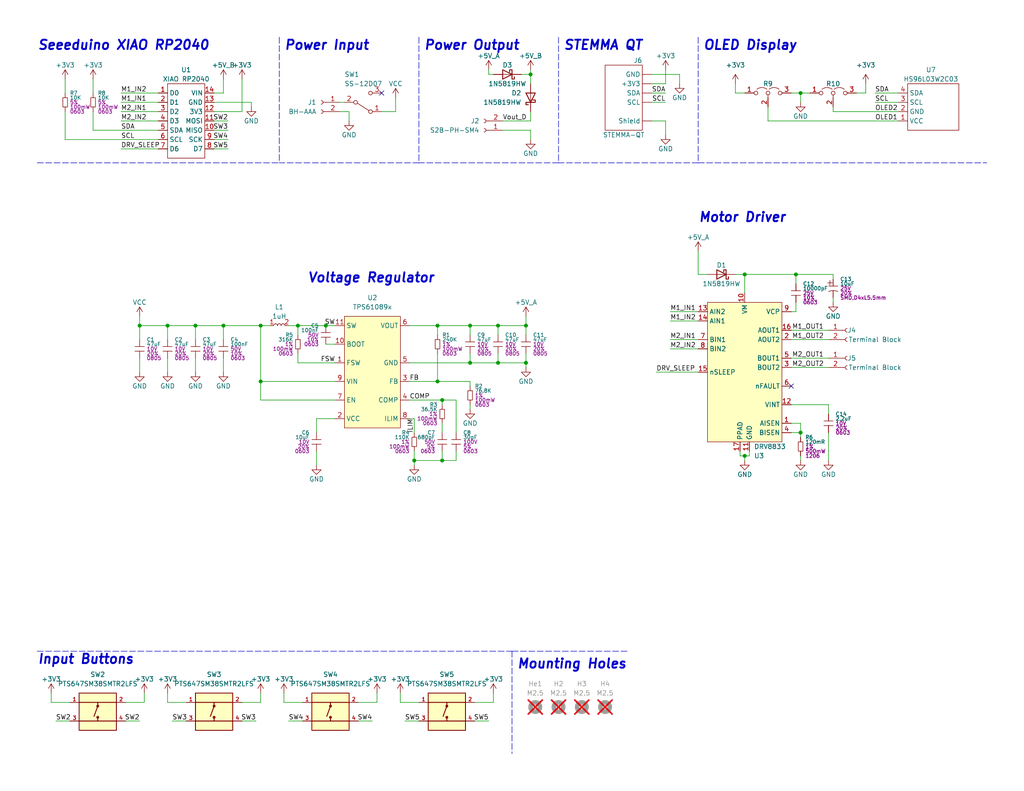
<source format=kicad_sch>
(kicad_sch (version 20230121) (generator eeschema)
  (paper "USLetter")
  (title_block (title "Destination Automation V4.5") (date "2024-03-17") (rev "02") (comment 1 "Madison Gleydura") (comment 2 "FINAL") (comment 3 "2024"))
  (junction (at 60.96 88.9))
  (junction (at 53.34 88.9))
  (junction (at 88.9 88.9))
  (junction (at 128.27 99.06))
  (junction (at 38.1 88.9))
  (junction (at 119.38 88.9))
  (junction (at 135.89 99.06))
  (junction (at 119.38 104.14))
  (junction (at 120.65 125.73))
  (junction (at 120.65 109.22))
  (junction (at 71.12 104.14))
  (junction (at 143.51 88.9))
  (junction (at 135.89 88.9))
  (junction (at 81.28 88.9))
  (junction (at 218.44 25.4))
  (junction (at 71.12 88.9))
  (junction (at 143.51 99.06))
  (junction (at 45.72 88.9))
  (junction (at 203.2 74.93))
  (junction (at 113.03 125.73))
  (junction (at 217.17 74.93))
  (junction (at 203.2 124.46))
  (junction (at 144.78 20.32))
  (junction (at 128.27 88.9))
  (junction (at 218.44 118.11))
  (no_connect (at 104.14 25.4))
  (no_connect (at 215.9 105.41))
  (wire (pts (xy 217.17 85.09) (xy 215.9 85.09)))
  (wire (pts (xy 215.9 25.4) (xy 218.44 25.4)))
  (wire (pts (xy 113.03 123.19) (xy 113.03 125.73)))
  (wire (pts (xy 88.9 93.98) (xy 91.44 93.98)))
  (wire (pts (xy 134.62 189.23) (xy 134.62 191.77)))
  (wire (pts (xy 218.44 25.4) (xy 218.44 27.94)))
  (wire (pts (xy 204.47 123.19) (xy 204.47 124.46)))
  (wire (pts (xy 71.12 109.22) (xy 71.12 104.14)))
  (wire (pts (xy 218.44 25.4) (xy 220.98 25.4)))
  (polyline (pts (xy 114.3 44.45) (xy 76.2 44.45)) (stroke (width 0) (type dash)))
  (wire (pts (xy 124.46 123.19) (xy 124.46 125.73)))
  (wire (pts (xy 81.28 99.06) (xy 91.44 99.06)))
  (polyline (pts (xy 152.4 44.45) (xy 114.3 44.45)) (stroke (width 0) (type dash)))
  (wire (pts (xy 38.1 88.9) (xy 38.1 86.36)))
  (wire (pts (xy 200.66 22.86) (xy 200.66 25.4)))
  (wire (pts (xy 215.9 97.79) (xy 226.06 97.79)))
  (wire (pts (xy 209.55 33.02) (xy 245.11 33.02)))
  (wire (pts (xy 45.72 189.23) (xy 45.72 191.77)))
  (polyline (pts (xy 139.7 177.8) (xy 171.45 177.8)) (stroke (width 0) (type dash)))
  (wire (pts (xy 227.33 76.2) (xy 227.33 74.93)))
  (wire (pts (xy 182.88 92.71) (xy 190.5 92.71)))
  (wire (pts (xy 119.38 104.14) (xy 128.27 104.14)))
  (wire (pts (xy 226.06 118.11) (xy 226.06 125.73)))
  (wire (pts (xy 107.95 26.67) (xy 107.95 30.48)))
  (wire (pts (xy 227.33 81.28) (xy 227.33 82.55)))
  (wire (pts (xy 33.02 40.64) (xy 43.18 40.64)))
  (wire (pts (xy 181.61 19.05) (xy 181.61 22.86)))
  (wire (pts (xy 111.76 88.9) (xy 119.38 88.9)))
  (polyline (pts (xy 114.3 10.16) (xy 114.3 44.45)) (stroke (width 0) (type dash)))
  (wire (pts (xy 129.54 196.85) (xy 133.35 196.85)))
  (wire (pts (xy 226.06 113.03) (xy 226.06 110.49)))
  (wire (pts (xy 107.95 30.48) (xy 104.14 30.48)))
  (polyline (pts (xy 152.4 10.16) (xy 152.4 44.45)) (stroke (width 0) (type dash)))
  (wire (pts (xy 177.8 25.4) (xy 181.61 25.4)))
  (wire (pts (xy 33.02 33.02) (xy 43.18 33.02)))
  (wire (pts (xy 17.78 38.1) (xy 43.18 38.1)))
  (wire (pts (xy 128.27 88.9) (xy 128.27 91.44)))
  (wire (pts (xy 58.42 40.64) (xy 62.23 40.64)))
  (wire (pts (xy 200.66 25.4) (xy 203.2 25.4)))
  (wire (pts (xy 217.17 85.09) (xy 217.17 82.55)))
  (wire (pts (xy 236.22 22.86) (xy 236.22 25.4)))
  (wire (pts (xy 124.46 125.73) (xy 120.65 125.73)))
  (wire (pts (xy 226.06 110.49) (xy 215.9 110.49)))
  (wire (pts (xy 110.49 196.85) (xy 114.3 196.85)))
  (wire (pts (xy 119.38 88.9) (xy 119.38 91.44)))
  (wire (pts (xy 71.12 88.9) (xy 73.66 88.9)))
  (wire (pts (xy 13.97 189.23) (xy 13.97 191.77)))
  (wire (pts (xy 227.33 30.48) (xy 227.33 29.21)))
  (wire (pts (xy 38.1 92.71) (xy 38.1 88.9)))
  (wire (pts (xy 144.78 38.1) (xy 144.78 35.56)))
  (wire (pts (xy 58.42 25.4) (xy 60.96 25.4)))
  (wire (pts (xy 46.99 196.85) (xy 50.8 196.85)))
  (wire (pts (xy 144.78 30.48) (xy 144.78 33.02)))
  (polyline (pts (xy 139.7 177.8) (xy 139.7 205.74)) (stroke (width 0) (type dash)))
  (wire (pts (xy 58.42 38.1) (xy 62.23 38.1)))
  (wire (pts (xy 60.96 21.59) (xy 60.96 25.4)))
  (wire (pts (xy 177.8 22.86) (xy 181.61 22.86)))
  (wire (pts (xy 203.2 74.93) (xy 217.17 74.93)))
  (wire (pts (xy 38.1 88.9) (xy 45.72 88.9)))
  (wire (pts (xy 120.65 110.49) (xy 120.65 109.22)))
  (wire (pts (xy 113.03 118.11) (xy 113.03 114.3)))
  (wire (pts (xy 144.78 19.05) (xy 144.78 20.32)))
  (wire (pts (xy 185.42 22.86) (xy 185.42 20.32)))
  (wire (pts (xy 45.72 97.79) (xy 45.72 101.6)))
  (wire (pts (xy 236.22 25.4) (xy 233.68 25.4)))
  (wire (pts (xy 25.4 21.59) (xy 25.4 25.4)))
  (wire (pts (xy 13.97 191.77) (xy 19.05 191.77)))
  (wire (pts (xy 143.51 96.52) (xy 143.51 99.06)))
  (wire (pts (xy 238.76 25.4) (xy 245.11 25.4)))
  (wire (pts (xy 66.04 196.85) (xy 69.85 196.85)))
  (wire (pts (xy 218.44 118.11) (xy 218.44 115.57)))
  (wire (pts (xy 81.28 88.9) (xy 88.9 88.9)))
  (wire (pts (xy 113.03 125.73) (xy 113.03 127)))
  (wire (pts (xy 201.93 124.46) (xy 203.2 124.46)))
  (wire (pts (xy 190.5 68.58) (xy 190.5 74.93)))
  (wire (pts (xy 111.76 99.06) (xy 128.27 99.06)))
  (wire (pts (xy 58.42 27.94) (xy 68.58 27.94)))
  (wire (pts (xy 143.51 86.36) (xy 143.51 88.9)))
  (wire (pts (xy 120.65 123.19) (xy 120.65 125.73)))
  (polyline (pts (xy 190.5 10.16) (xy 190.5 44.45)) (stroke (width 0) (type dash)))
  (wire (pts (xy 144.78 35.56) (xy 137.16 35.56)))
  (polyline (pts (xy 76.2 10.16) (xy 76.2 44.45)) (stroke (width 0) (type dash)))
  (wire (pts (xy 60.96 88.9) (xy 71.12 88.9)))
  (wire (pts (xy 128.27 104.14) (xy 128.27 105.41)))
  (wire (pts (xy 218.44 115.57) (xy 215.9 115.57)))
  (wire (pts (xy 215.9 92.71) (xy 226.06 92.71)))
  (wire (pts (xy 102.87 189.23) (xy 102.87 191.77)))
  (wire (pts (xy 53.34 88.9) (xy 60.96 88.9)))
  (wire (pts (xy 215.9 90.17) (xy 226.06 90.17)))
  (wire (pts (xy 95.25 33.02) (xy 95.25 30.48)))
  (wire (pts (xy 144.78 20.32) (xy 144.78 22.86)))
  (wire (pts (xy 209.55 29.21) (xy 209.55 33.02)))
  (wire (pts (xy 137.16 33.02) (xy 144.78 33.02)))
  (wire (pts (xy 181.61 33.02) (xy 181.61 36.83)))
  (polyline (pts (xy 10.16 44.45) (xy 76.2 44.45)) (stroke (width 0) (type dash)))
  (wire (pts (xy 111.76 104.14) (xy 119.38 104.14)))
  (wire (pts (xy 53.34 97.79) (xy 53.34 101.6)))
  (wire (pts (xy 111.76 109.22) (xy 120.65 109.22)))
  (wire (pts (xy 81.28 88.9) (xy 81.28 91.44)))
  (wire (pts (xy 95.25 30.48) (xy 92.71 30.48)))
  (wire (pts (xy 177.8 20.32) (xy 185.42 20.32)))
  (polyline (pts (xy 190.5 44.45) (xy 152.4 44.45)) (stroke (width 0) (type dash)))
  (wire (pts (xy 245.11 27.94) (xy 238.76 27.94)))
  (wire (pts (xy 135.89 96.52) (xy 135.89 99.06)))
  (wire (pts (xy 124.46 109.22) (xy 120.65 109.22)))
  (wire (pts (xy 97.79 191.77) (xy 102.87 191.77)))
  (wire (pts (xy 129.54 191.77) (xy 134.62 191.77)))
  (wire (pts (xy 215.9 118.11) (xy 218.44 118.11)))
  (wire (pts (xy 143.51 88.9) (xy 135.89 88.9)))
  (wire (pts (xy 119.38 96.52) (xy 119.38 104.14)))
  (wire (pts (xy 177.8 33.02) (xy 181.61 33.02)))
  (wire (pts (xy 71.12 104.14) (xy 91.44 104.14)))
  (wire (pts (xy 227.33 30.48) (xy 245.11 30.48)))
  (wire (pts (xy 45.72 88.9) (xy 45.72 92.71)))
  (wire (pts (xy 39.37 189.23) (xy 39.37 191.77)))
  (wire (pts (xy 215.9 100.33) (xy 226.06 100.33)))
  (wire (pts (xy 218.44 124.46) (xy 218.44 125.73)))
  (wire (pts (xy 217.17 74.93) (xy 227.33 74.93)))
  (wire (pts (xy 17.78 21.59) (xy 17.78 25.4)))
  (wire (pts (xy 91.44 114.3) (xy 86.36 114.3)))
  (wire (pts (xy 142.24 20.32) (xy 144.78 20.32)))
  (wire (pts (xy 201.93 124.46) (xy 201.93 123.19)))
  (wire (pts (xy 33.02 30.48) (xy 43.18 30.48)))
  (wire (pts (xy 143.51 99.06) (xy 143.51 100.33)))
  (wire (pts (xy 182.88 95.25) (xy 190.5 95.25)))
  (wire (pts (xy 60.96 97.79) (xy 60.96 101.6)))
  (wire (pts (xy 113.03 114.3) (xy 111.76 114.3)))
  (wire (pts (xy 97.79 196.85) (xy 101.6 196.85)))
  (wire (pts (xy 60.96 88.9) (xy 60.96 92.71)))
  (wire (pts (xy 135.89 88.9) (xy 128.27 88.9)))
  (polyline (pts (xy 10.16 177.8) (xy 139.7 177.8)) (stroke (width 0) (type dash)))
  (wire (pts (xy 124.46 118.11) (xy 124.46 109.22)))
  (wire (pts (xy 128.27 110.49) (xy 128.27 111.76)))
  (wire (pts (xy 109.22 191.77) (xy 114.3 191.77)))
  (wire (pts (xy 45.72 88.9) (xy 53.34 88.9)))
  (wire (pts (xy 86.36 114.3) (xy 86.36 118.11)))
  (wire (pts (xy 218.44 119.38) (xy 218.44 118.11)))
  (wire (pts (xy 182.88 85.09) (xy 190.5 85.09)))
  (wire (pts (xy 120.65 115.57) (xy 120.65 118.11)))
  (wire (pts (xy 71.12 104.14) (xy 71.12 88.9)))
  (wire (pts (xy 66.04 191.77) (xy 71.12 191.77)))
  (wire (pts (xy 53.34 88.9) (xy 53.34 92.71)))
  (wire (pts (xy 25.4 30.48) (xy 25.4 35.56)))
  (wire (pts (xy 15.24 196.85) (xy 19.05 196.85)))
  (wire (pts (xy 45.72 191.77) (xy 50.8 191.77)))
  (wire (pts (xy 66.04 30.48) (xy 58.42 30.48)))
  (wire (pts (xy 81.28 96.52) (xy 81.28 99.06)))
  (wire (pts (xy 203.2 124.46) (xy 203.2 125.73)))
  (wire (pts (xy 133.35 20.32) (xy 134.62 20.32)))
  (wire (pts (xy 135.89 99.06) (xy 143.51 99.06)))
  (wire (pts (xy 33.02 27.94) (xy 43.18 27.94)))
  (wire (pts (xy 92.71 27.94) (xy 93.98 27.94)))
  (wire (pts (xy 34.29 196.85) (xy 38.1 196.85)))
  (wire (pts (xy 66.04 21.59) (xy 66.04 30.48)))
  (wire (pts (xy 78.74 88.9) (xy 81.28 88.9)))
  (wire (pts (xy 133.35 19.05) (xy 133.35 20.32)))
  (wire (pts (xy 86.36 127) (xy 86.36 123.19)))
  (wire (pts (xy 143.51 91.44) (xy 143.51 88.9)))
  (wire (pts (xy 203.2 74.93) (xy 203.2 80.01)))
  (polyline (pts (xy 190.5 44.45) (xy 269.24 44.45)) (stroke (width 0) (type dash)))
  (wire (pts (xy 179.07 101.6) (xy 190.5 101.6)))
  (wire (pts (xy 34.29 191.77) (xy 39.37 191.77)))
  (wire (pts (xy 190.5 74.93) (xy 193.04 74.93)))
  (wire (pts (xy 71.12 189.23) (xy 71.12 191.77)))
  (wire (pts (xy 109.22 189.23) (xy 109.22 191.77)))
  (wire (pts (xy 203.2 124.46) (xy 204.47 124.46)))
  (wire (pts (xy 113.03 125.73) (xy 120.65 125.73)))
  (wire (pts (xy 119.38 88.9) (xy 128.27 88.9)))
  (wire (pts (xy 68.58 27.94) (xy 68.58 29.21)))
  (wire (pts (xy 38.1 97.79) (xy 38.1 101.6)))
  (wire (pts (xy 25.4 35.56) (xy 43.18 35.56)))
  (wire (pts (xy 88.9 88.9) (xy 91.44 88.9)))
  (wire (pts (xy 58.42 33.02) (xy 62.23 33.02)))
  (wire (pts (xy 217.17 74.93) (xy 217.17 77.47)))
  (wire (pts (xy 91.44 109.22) (xy 71.12 109.22)))
  (wire (pts (xy 77.47 189.23) (xy 77.47 191.77)))
  (wire (pts (xy 128.27 99.06) (xy 128.27 96.52)))
  (wire (pts (xy 200.66 74.93) (xy 203.2 74.93)))
  (wire (pts (xy 78.74 196.85) (xy 82.55 196.85)))
  (wire (pts (xy 77.47 191.77) (xy 82.55 191.77)))
  (wire (pts (xy 135.89 99.06) (xy 128.27 99.06)))
  (wire (pts (xy 58.42 35.56) (xy 62.23 35.56)))
  (wire (pts (xy 17.78 30.48) (xy 17.78 38.1)))
  (wire (pts (xy 33.02 25.4) (xy 43.18 25.4)))
  (wire (pts (xy 135.89 91.44) (xy 135.89 88.9)))
  (wire (pts (xy 182.88 87.63) (xy 190.5 87.63)))
  (wire (pts (xy 177.8 27.94) (xy 181.61 27.94)))
  (text "Input Buttons" (at 10.16 181.61 0) (effects (font (size 2.54 2.54) (thickness 0.508) bold italic) (justify left bottom)))
  (text "Seeeduino XIAO RP2040\n" (at 10.16 13.97 0) (effects (font (size 2.54 2.54) (thickness 0.508) bold italic) (justify left bottom)))
  (text "Power Output			" (at 115.57 13.97 0) (effects (font (size 2.54 2.54) (thickness 0.508) bold italic) (justify left bottom)))
  (text "Mounting Holes" (at 140.97 182.88 0) (effects (font (size 2.54 2.54) (thickness 0.508) bold italic) (justify left bottom)))
  (text "OLED Display" (at 191.77 13.97 0) (effects (font (size 2.54 2.54) (thickness 0.508) bold italic) (justify left bottom)))
  (text "Power Input" (at 77.47 13.97 0) (effects (font (size 2.54 2.54) (thickness 0.508) bold italic) (justify left bottom)))
  (text "STEMMA QT" (at 153.67 13.97 0) (effects (font (size 2.54 2.54) (thickness 0.508) bold italic) (justify left bottom)))
  (text "Voltage Regulator" (at 83.82 77.47 0) (effects (font (size 2.54 2.54) (thickness 0.508) bold italic) (justify left bottom)))
  (text "Motor Driver" (at 190.5 60.96 0) (effects (font (size 2.54 2.54) (thickness 0.508) bold italic) (justify left bottom)))
  (label "SW3" (at 62.23 35.56 180))
  (label "M1_IN2" (at 182.88 87.63 0))
  (label "M1_IN2" (at 33.02 25.4 0))
  (label "SW3" (at 69.85 196.85 180))
  (label "M2_OUT1" (at 224.79 97.79 180))
  (label "M1_OUT2" (at 224.79 92.71 180))
  (label "SW2" (at 62.23 33.02 180))
  (label "SCL" (at 33.02 38.1 0))
  (label "DRV_SLEEP" (at 33.02 40.64 0))
  (label "SW2" (at 38.1 196.85 180))
  (label "OLED2" (at 238.76 30.48 0))
  (label "M1_IN1" (at 33.02 27.94 0))
  (label "Vout_D" (at 137.16 33.02 0))
  (label "SW5" (at 62.23 40.64 180))
  (label "M1_IN1" (at 182.88 85.09 0))
  (label "COMP" (at 111.76 109.22 0))
  (label "ILIM" (at 113.03 114.3 270))
  (label "SW2" (at 15.24 196.85 0))
  (label "M2_IN1" (at 33.02 30.48 0))
  (label "SW" (at 91.44 88.9 180))
  (label "M2_IN2" (at 182.88 95.25 0))
  (label "DRV_SLEEP" (at 179.07 101.6 0))
  (label "SW5" (at 110.49 196.85 0))
  (label "SDA" (at 238.76 25.4 0))
  (label "SCL" (at 238.76 27.94 0))
  (label "M2_IN2" (at 33.02 33.02 0))
  (label "SDA" (at 181.61 25.4 180))
  (label "FB" (at 111.76 104.14 0))
  (label "M2_IN1" (at 182.88 92.71 0))
  (label "M1_OUT1" (at 224.79 90.17 180))
  (label "SW4" (at 101.6 196.85 180))
  (label "SW4" (at 62.23 38.1 180))
  (label "SW5" (at 133.35 196.85 180))
  (label "OLED1" (at 238.76 33.02 0))
  (label "SW4" (at 78.74 196.85 0))
  (label "FSW" (at 91.44 99.06 180))
  (label "SCL" (at 181.61 27.94 180))
  (label "SW3" (at 46.99 196.85 0))
  (label "M2_OUT2" (at 224.79 100.33 180))
  (label "SDA" (at 33.02 35.56 0))
  (symbol (lib_id "lib_sch:STEMMA-QT") (at 170.18 26.67 0) (mirror y) (unit 1)
    (property "Reference" "J6" (at 175.26 16.51 0) (effects (justify left)))
    (property "Value" "STEMMA-QT" (at 170.18 36.83 0))
    (property "Footprint" "lib_fp:JST_SH_SM04B-SRSS-TB" (effects hide))
    (property "Datasheet" "datasheets/JST-SH-Connectors.pdf" (effects hide))
    (property "Manufacturer" "JST Sales America Inc." (effects hide))
    (property "mpn" "SM04B-SRSS-TB" (effects hide))
    (property "populate" "1" (effects hide))
  )
  (symbol (lib_name "GND_2") (lib_id "lib_sch:GND_2") (at 45.72 101.6 0) (unit 1)
    (property "Reference" "#PWR015" (effects hide))
    (property "Value" "GND" (at 45.72 105.41 0))
  )
  (symbol (lib_name "PTS645SK50SMTR92LFS_1") (lib_id "lib_sch:PTS645SK50SMTR92LFS_1") (at 121.92 194.31 0) (unit 1)
    (property "Reference" "SW5" (at 121.92 184.15 0))
    (property "Value" "PTS647SM38SMTR2LFS" (at 121.92 186.69 0))
    (property "Footprint" "lib_fp:SW_4.5x4.5" (effects hide))
    (property "Datasheet" "datasheets/C&K-PTS647.pdf" (effects hide))
    (property "Manufacturer" "C&K" (effects hide))
    (property "mpn" "PTS 647 SM38 SMTR2 LFS" (effects hide))
    (property "populate" "1" (effects hide))
  )
  (symbol (lib_id "lib_sch:+3V3") (at 17.78 21.59 0) (unit 1)
    (property "Reference" "#PWR031" (effects hide))
    (property "Value" "+3V3" (at 17.78 17.78 0))
  )
  (symbol (lib_name "+5V_1") (lib_id "lib_sch:+5V_1") (at 60.96 21.59 0) (unit 1)
    (property "Reference" "#PWR011" (effects hide))
    (property "Value" "+5V_B" (at 60.96 17.78 0))
  )
  (symbol (lib_id "lib_sch:+3V3") (at 71.12 189.23 0) (unit 1)
    (property "Reference" "#PWR029" (effects hide))
    (property "Value" "+3V3" (at 71.12 185.42 0))
  )
  (symbol (lib_id "lib_sch:c_small") (at 128.27 93.98 0) (unit 1)
    (property "Reference" "C9" (at 130.175 91.44 0) (effects (font (size 1.016 1.016)) (justify left)))
    (property "Value" "47uF" (at 130.175 92.71 0) (effects (font (size 1.016 1.016)) (justify left)))
    (property "Footprint" "lib_fp:CAPC200X125X88L50N" (effects hide))
    (property "Datasheet" "datasheets/AVX-CX5R-KGM-MLCC.pdf" (effects hide))
    (property "Manufacturer" "KYOCERA AVX" (effects hide))
    (property "mpn" "KGM21AR51A476MU" (effects hide))
    (property "Tolerance" "20%" (at 130.175 95.25 0) (effects (font (size 1.016 1.016)) (justify left)))
    (property "Voltage Rating" "10V" (at 130.175 93.98 0) (effects (font (size 1.016 1.016)) (justify left)))
    (property "Package" "0805" (at 130.175 96.52 0) (effects (font (size 1.016 1.016)) (justify left)))
    (property "populate" "1" (effects hide))
  )
  (symbol (lib_name "r_small_1") (lib_id "lib_sch:r_small_1") (at 17.78 27.94 0) (unit 1)
    (property "Reference" "R7" (at 19.05 25.4 0) (effects (font (size 1.016 1.016)) (justify left)))
    (property "Value" "10K" (at 19.05 26.67 0) (effects (font (size 1.016 1.016)) (justify left)))
    (property "Footprint" "lib_fp:RESC160X80X55L30N" (effects hide))
    (property "Datasheet" "datasheets/Vishay-Dale-DCRCWe3.pdf" (effects hide))
    (property "Manufacturer" "Vishay Dale" (effects hide))
    (property "mpn" "CRCW060310K0JNEB" (effects hide))
    (property "Tolerance" "5%" (at 19.05 27.94 0) (effects (font (size 1.016 1.016)) (justify left)))
    (property "Power Rating" "100mW" (at 19.05 29.21 0) (effects (font (size 1.016 1.016)) (justify left)))
    (property "Package" "0603" (at 19.05 30.48 0) (effects (font (size 1.016 1.016)) (justify left)))
    (property "populate" "1" (effects hide))
  )
  (symbol (lib_id "Mechanical:MountingHole") (at 165.1 193.04 0) (unit 1) (in_bom no) (dnp yes)
    (property "Reference" "H4" (at 165.1 186.69 0))
    (property "Value" "M2.5" (at 165.1 189.23 0))
    (property "Footprint" "lib_fp:M2.54_NPTH" (effects hide))
    (property "populate" "0" (effects hide))
  )
  (symbol (lib_name "GND_2") (lib_id "lib_sch:GND_2") (at 38.1 101.6 0) (unit 1)
    (property "Reference" "#PWR014" (effects hide))
    (property "Value" "GND" (at 38.1 105.41 0))
  )
  (symbol (lib_name "+5V_4") (lib_id "lib_sch:+5V_4") (at 133.35 19.05 0) (unit 1)
    (property "Reference" "#PWR020" (effects hide))
    (property "Value" "+5V_A" (at 133.35 15.24 0))
  )
  (symbol (lib_name "GND_2") (lib_id "lib_sch:GND_2") (at 60.96 101.6 0) (unit 1)
    (property "Reference" "#PWR017" (effects hide))
    (property "Value" "GND" (at 60.96 105.41 0))
  )
  (symbol (lib_id "lib_sch:Resistor_Jumper_3_Open") (at 209.55 25.4 0) (unit 1)
    (property "Reference" "R9" (at 209.55 22.86 0))
    (property "Value" "0R" (effects hide))
    (property "Footprint" "lib_fp:ResistorJumper-3" (effects hide))
    (property "Datasheet" "datasheets/Vishay-Dale-DCRCWe3.pdf" (effects hide))
    (property "Manufacturer" "Vishay Dale" (effects hide))
    (property "mpn" "CRCW06030000Z0EA" (effects hide))
    (property "populate" "1" (effects hide))
  )
  (symbol (lib_id "lib_sch:r_small") (at 120.65 113.03 0) (mirror y) (unit 1)
    (property "Reference" "R3" (at 119.38 110.49 0) (effects (font (size 1.016 1.016)) (justify left)))
    (property "Value" "36.5K" (at 119.38 111.76 0) (effects (font (size 1.016 1.016)) (justify left)))
    (property "Footprint" "lib_fp:RESC160X80X55L30N" (effects hide))
    (property "Datasheet" "datasheets/Vishay-Dale-DCRCWe3.pdf" (effects hide))
    (property "Manufacturer" "Vishay Dale" (effects hide))
    (property "mpn" "CRCW060336K5FKEAC" (effects hide))
    (property "Tolerance" "1%" (at 119.38 113.03 0) (effects (font (size 1.016 1.016)) (justify left)))
    (property "Power Rating" "100mW" (at 119.38 114.3 0) (effects (font (size 1.016 1.016)) (justify left)))
    (property "Package" "0603" (at 119.38 115.57 0) (effects (font (size 1.016 1.016)) (justify left)))
    (property "populate" "1" (effects hide))
  )
  (symbol (lib_id "lib_sch:+3V3") (at 236.22 22.86 0) (unit 1)
    (property "Reference" "#PWR04" (effects hide))
    (property "Value" "+3V3" (at 236.22 17.78 0))
  )
  (symbol (lib_name "+3V3_1") (lib_id "lib_sch:+3V3_1") (at 181.61 19.05 0) (unit 1)
    (property "Reference" "#PWR026" (effects hide))
    (property "Value" "+3V3" (at 181.61 15.24 0))
  )
  (symbol (lib_id "lib_sch:L") (at 76.2 88.9 0) (unit 1)
    (property "Reference" "L1" (at 76.2 83.82 0))
    (property "Value" "1uH" (at 76.2 86.36 0))
    (property "Footprint" "lib_fp:INDC250X200X120L60N" (effects hide))
    (property "Datasheet" "datasheets/Vishay-Dale-IHHP-1008AB-01.pdf" (effects hide))
    (property "Manufacturer" "Vishay Dale" (effects hide))
    (property "mpn" "IHHP1008ABER1R0M01" (effects hide))
    (property "populate" "1" (effects hide))
  )
  (symbol (lib_id "lib_sch:c_small") (at 60.96 95.25 0) (unit 1)
    (property "Reference" "C4" (at 62.865 92.71 0) (effects (font (size 1.016 1.016)) (justify left)))
    (property "Value" "100nF" (at 62.865 93.98 0) (effects (font (size 1.016 1.016)) (justify left)))
    (property "Footprint" "lib_fp:CAPC160X80X88L35N" (effects hide))
    (property "Datasheet" "datasheets/AVX-CX5R-KGM-MLCC.pdf" (effects hide))
    (property "Manufacturer" "KYOCERA AVX" (effects hide))
    (property "mpn" "KGM15AR51H104KT" (effects hide))
    (property "Tolerance" "10%" (at 62.865 96.52 0) (effects (font (size 1.016 1.016)) (justify left)))
    (property "Voltage Rating" "50V" (at 62.865 95.25 0) (effects (font (size 1.016 1.016)) (justify left)))
    (property "Package" "0603" (at 62.865 97.79 0) (effects (font (size 1.016 1.016)) (justify left)))
    (property "populate" "1" (effects hide))
  )
  (symbol (lib_id "lib_sch:SW_SPDT") (at 99.06 27.94 0) (mirror x) (unit 1)
    (property "Reference" "SW1" (at 93.98 20.32 0) (effects (justify left)))
    (property "Value" "SS-12D07" (at 93.98 22.86 0) (effects (justify left)))
    (property "Footprint" "lib_fp:SS-12D07-VG_GA_PA" (effects hide))
    (property "Datasheet" "datasheets/SS-12D07-VG_GA_PA.pdf" (effects hide))
    (property "Manufacturer" "C&K" (effects hide))
    (property "mpn" "SS-12D07-VG 4 NS GA PA" (effects hide))
    (property "populate" "0" (effects hide))
  )
  (symbol (lib_id "lib_sch:DRV8833") (at 203.2 101.6 0) (unit 1)
    (property "Reference" "U3" (at 205.74 124.46 0) (effects (justify left)))
    (property "Value" "DRV8833" (at 205.74 121.92 0) (effects (justify left)))
    (property "Footprint" "lib_fp:DRV8833RTYR" (effects hide))
    (property "Datasheet" "datasheets/Texas-Instruments-DRV8833.pdf" (effects hide))
    (property "Manufacturer" " Texas Instruments " (effects hide))
    (property "mpn" "DRV8833RTYR" (effects hide))
    (property "populate" "1" (effects hide))
  )
  (symbol (lib_name "GND_2") (lib_id "lib_sch:GND_2") (at 113.03 127 0) (unit 1)
    (property "Reference" "#PWR021" (effects hide))
    (property "Value" "GND" (at 113.03 130.81 0))
  )
  (symbol (lib_id "lib_sch:+3V3") (at 66.04 21.59 0) (unit 1)
    (property "Reference" "#PWR08" (effects hide))
    (property "Value" "+3V3" (at 66.04 17.78 0))
  )
  (symbol (lib_id "lib_sch:+3V3") (at 102.87 189.23 0) (unit 1)
    (property "Reference" "#PWR0142" (effects hide))
    (property "Value" "+3V3" (at 102.87 185.42 0))
  )
  (symbol (lib_name "GND_3") (lib_id "lib_sch:GND_3") (at 181.61 36.83 0) (unit 1)
    (property "Reference" "#PWR033" (effects hide))
    (property "Value" "GND" (at 181.61 40.64 0))
  )
  (symbol (lib_name "GND_2") (lib_id "lib_sch:GND_2") (at 128.27 111.76 0) (unit 1)
    (property "Reference" "#PWR019" (effects hide))
    (property "Value" "GND" (at 128.27 115.57 0))
  )
  (symbol (lib_name "+5V_1") (lib_id "lib_sch:+5V_1") (at 144.78 19.05 0) (unit 1)
    (property "Reference" "#PWR07" (effects hide))
    (property "Value" "+5V_B" (at 144.78 15.24 0))
  )
  (symbol (lib_name "GND_1") (lib_id "lib_sch:GND_1") (at 218.44 27.94 0) (unit 1)
    (property "Reference" "#PWR03" (effects hide))
    (property "Value" "GND" (at 218.44 31.75 0))
  )
  (symbol (lib_id "lib_sch:c_small") (at 226.06 115.57 0) (unit 1)
    (property "Reference" "C14" (at 227.965 113.03 0) (effects (font (size 1.016 1.016)) (justify left)))
    (property "Value" "2.2uF" (at 227.965 114.3 0) (effects (font (size 1.016 1.016)) (justify left)))
    (property "Footprint" "lib_fp:CAPC160X80X88L35N" (effects hide))
    (property "Datasheet" "datasheets/AVX-CX5R-KGM-MLCC.pdf" (effects hide))
    (property "Manufacturer" "KYOCERA AVX" (effects hide))
    (property "mpn" "KGM15BR51A225MT" (effects hide))
    (property "Tolerance" "20%" (at 227.965 116.84 0) (effects (font (size 1.016 1.016)) (justify left)))
    (property "Voltage Rating" "10V" (at 227.965 115.57 0) (effects (font (size 1.016 1.016)) (justify left)))
    (property "Package" "0603" (at 227.965 118.11 0) (effects (font (size 1.016 1.016)) (justify left)))
    (property "populate" "1" (effects hide))
  )
  (symbol (lib_name "+5V_4") (lib_id "lib_sch:+5V_4") (at 143.51 86.36 0) (unit 1)
    (property "Reference" "#PWR039" (effects hide))
    (property "Value" "+5V_A" (at 143.51 82.55 0))
  )
  (symbol (lib_id "lib_sch:r_small") (at 128.27 107.95 0) (unit 1)
    (property "Reference" "R2" (at 129.54 105.41 0) (effects (font (size 1.016 1.016)) (justify left)))
    (property "Value" "76.8K" (at 129.54 106.68 0) (effects (font (size 1.016 1.016)) (justify left)))
    (property "Footprint" "lib_fp:RESC160X80X55L30N" (effects hide))
    (property "Datasheet" "datasheets/Vishay-Dale-DCRCWe3.pdf" (effects hide))
    (property "Manufacturer" "Vishay Dale" (effects hide))
    (property "mpn" "CRCW060376K8FKEA" (effects hide))
    (property "Tolerance" "1%" (at 129.54 107.95 0) (effects (font (size 1.016 1.016)) (justify left)))
    (property "Power Rating" "100mW" (at 129.54 109.22 0) (effects (font (size 1.016 1.016)) (justify left)))
    (property "Package" "0603" (at 129.54 110.49 0) (effects (font (size 1.016 1.016)) (justify left)))
    (property "populate" "1" (effects hide))
  )
  (symbol (lib_name "PTS645SK50SMTR92LFS_1") (lib_id "lib_sch:PTS645SK50SMTR92LFS_1") (at 58.42 194.31 0) (unit 1)
    (property "Reference" "SW3" (at 58.42 184.15 0))
    (property "Value" "PTS647SM38SMTR2LFS" (at 58.42 186.69 0))
    (property "Footprint" "lib_fp:SW_4.5x4.5" (effects hide))
    (property "Datasheet" "datasheets/C&K-PTS647.pdf" (effects hide))
    (property "Manufacturer" "C&K" (effects hide))
    (property "mpn" "PTS 647 SM38 SMTR2 LFS" (effects hide))
    (property "populate" "1" (effects hide))
  )
  (symbol (lib_id "lib_sch:c_small") (at 53.34 95.25 0) (unit 1)
    (property "Reference" "C3" (at 55.245 92.71 0) (effects (font (size 1.016 1.016)) (justify left)))
    (property "Value" "47uF" (at 55.245 93.98 0) (effects (font (size 1.016 1.016)) (justify left)))
    (property "Footprint" "lib_fp:CAPC200X125X88L50N" (effects hide))
    (property "Datasheet" "datasheets/AVX-CX5R-KGM-MLCC.pdf" (effects hide))
    (property "Manufacturer" "KYOCERA AVX" (effects hide))
    (property "mpn" "KGM21AR51A476MU" (effects hide))
    (property "Tolerance" "20%" (at 55.245 96.52 0) (effects (font (size 1.016 1.016)) (justify left)))
    (property "Voltage Rating" "10V" (at 55.245 95.25 0) (effects (font (size 1.016 1.016)) (justify left)))
    (property "Package" "0805" (at 55.245 97.79 0) (effects (font (size 1.016 1.016)) (justify left)))
    (property "populate" "1" (effects hide))
  )
  (symbol (lib_id "lib_sch:Conn_01x02_Female") (at 132.08 35.56 180) (unit 1)
    (property "Reference" "J2" (at 130.81 33.02 0) (effects (justify left)))
    (property "Value" "S2B-PH-SM4" (at 130.81 35.56 0) (effects (justify left)))
    (property "Footprint" "lib_fp:JST-PH-S2B-SM4-TB" (effects hide))
    (property "Datasheet" "datasheets/JST-PH-Connectors.pdf" (effects hide))
    (property "Manufacturer" "JST Sales America Inc." (effects hide))
    (property "mpn" "S2B-PH-SM4-TB" (effects hide))
    (property "populate" "1" (effects hide))
  )
  (symbol (lib_id "lib_sch:c_small") (at 38.1 95.25 0) (unit 1)
    (property "Reference" "C1" (at 40.005 92.71 0) (effects (font (size 1.016 1.016)) (justify left)))
    (property "Value" "47uF" (at 40.005 93.98 0) (effects (font (size 1.016 1.016)) (justify left)))
    (property "Footprint" "lib_fp:CAPC200X125X88L50N" (effects hide))
    (property "Datasheet" "datasheets/AVX-CX5R-KGM-MLCC.pdf" (effects hide))
    (property "Manufacturer" "KYOCERA AVX" (effects hide))
    (property "mpn" "KGM21AR51A476MU" (effects hide))
    (property "Tolerance" "20%" (at 40.005 96.52 0) (effects (font (size 1.016 1.016)) (justify left)))
    (property "Voltage Rating" "10V" (at 40.005 95.25 0) (effects (font (size 1.016 1.016)) (justify left)))
    (property "Package" "0805" (at 40.005 97.79 0) (effects (font (size 1.016 1.016)) (justify left)))
    (property "populate" "1" (effects hide))
  )
  (symbol (lib_id "lib_sch:r_small") (at 119.38 93.98 0) (unit 1)
    (property "Reference" "R1" (at 120.65 91.44 0) (effects (font (size 1.016 1.016)) (justify left)))
    (property "Value" "240K" (at 120.65 92.71 0) (effects (font (size 1.016 1.016)) (justify left)))
    (property "Footprint" "lib_fp:RESC160X80X55L30N" (effects hide))
    (property "Datasheet" "datasheets/Vishay-Dale-DCRCWe3.pdf" (effects hide))
    (property "Manufacturer" "Vishay Dale" (effects hide))
    (property "mpn" "CRCW0603240KFKEA" (effects hide))
    (property "Tolerance" "1%" (at 120.65 93.98 0) (effects (font (size 1.016 1.016)) (justify left)))
    (property "Power Rating" "100mW" (at 120.65 95.25 0) (effects (font (size 1.016 1.016)) (justify left)))
    (property "Package" "0603" (at 120.65 96.52 0) (effects (font (size 1.016 1.016)) (justify left)))
    (property "populate" "1" (effects hide))
  )
  (symbol (lib_id "lib_sch:D_Schottky") (at 196.85 74.93 180) (unit 1)
    (property "Reference" "D1" (at 196.85 72.39 0))
    (property "Value" "1N5819HW" (at 196.85 77.47 0))
    (property "Footprint" "lib_fp:1N5819HW" (effects hide))
    (property "Datasheet" "datasheets/Diodes-Incorporated-1N5819HW.pdf" (effects hide))
    (property "Manufacturer" "Diodes Incorporated" (effects hide))
    (property "mpn" "1N5819HW-7-F" (effects hide))
    (property "populate" "1" (effects hide))
  )
  (symbol (lib_name "GND_3") (lib_id "lib_sch:GND_3") (at 185.42 22.86 0) (unit 1)
    (property "Reference" "#PWR025" (effects hide))
    (property "Value" "GND" (at 185.42 26.67 0))
  )
  (symbol (lib_name "GND_2") (lib_id "lib_sch:GND_2") (at 226.06 125.73 0) (unit 1)
    (property "Reference" "#PWR024" (effects hide))
    (property "Value" "GND" (at 226.06 129.54 0))
  )
  (symbol (lib_id "lib_sch:+3V3") (at 45.72 189.23 0) (mirror y) (unit 1)
    (property "Reference" "#PWR027" (effects hide))
    (property "Value" "+3V3" (at 45.72 185.42 0))
  )
  (symbol (lib_name "PTS645SK50SMTR92LFS_1") (lib_id "lib_sch:PTS645SK50SMTR92LFS_1") (at 90.17 194.31 0) (unit 1)
    (property "Reference" "SW4" (at 90.17 184.15 0))
    (property "Value" "PTS647SM38SMTR2LFS" (at 90.17 186.69 0))
    (property "Footprint" "lib_fp:SW_4.5x4.5" (effects hide))
    (property "Datasheet" "datasheets/C&K-PTS647.pdf" (effects hide))
    (property "Manufacturer" "C&K" (effects hide))
    (property "mpn" "PTS 647 SM38 SMTR2 LFS" (effects hide))
    (property "populate" "1" (effects hide))
  )
  (symbol (lib_id "lib_sch:Resistor_Jumper_3_Open") (at 227.33 25.4 0) (unit 1)
    (property "Reference" "R10" (at 227.33 22.86 0))
    (property "Value" "0R" (effects hide))
    (property "Footprint" "lib_fp:ResistorJumper-3" (effects hide))
    (property "Datasheet" "datasheets/Vishay-Dale-DCRCWe3.pdf" (effects hide))
    (property "Manufacturer" "Vishay Dale" (effects hide))
    (property "mpn" "CRCW06030000Z0EA" (effects hide))
    (property "populate" "1" (effects hide))
  )
  (symbol (lib_id "lib_sch:+3V3") (at 39.37 189.23 0) (unit 1)
    (property "Reference" "#PWR0141" (effects hide))
    (property "Value" "+3V3" (at 39.37 185.42 0))
  )
  (symbol (lib_id "lib_sch:Conn_01x02_Female") (at 231.14 90.17 0) (unit 1)
    (property "Reference" "J4" (at 232.41 90.17 0))
    (property "Value" "Terminal Block" (at 238.76 92.71 0))
    (property "Footprint" "lib_fp:5mmTerminalBlock" (effects hide))
    (property "Datasheet" "datasheets/Phoenix-Contact-1935161.pdf" (effects hide))
    (property "Manufacturer" "Phoenix Contact" (effects hide))
    (property "mpn" "1935161" (effects hide))
    (property "populate" "0" (effects hide))
  )
  (symbol (lib_id "lib_sch:c_small") (at 120.65 120.65 0) (mirror y) (unit 1)
    (property "Reference" "C7" (at 118.745 118.11 0) (effects (font (size 1.016 1.016)) (justify left)))
    (property "Value" "680pF" (at 118.745 119.38 0) (effects (font (size 1.016 1.016)) (justify left)))
    (property "Footprint" "lib_fp:CAPC160X80X88L35N" (effects hide))
    (property "Datasheet" "datasheets/AVX-CX5R-KGM-MLCC.pdf" (effects hide))
    (property "Manufacturer" "KYOCERA AVX" (effects hide))
    (property "mpn" "KGM15AR71H681JT" (effects hide))
    (property "Tolerance" "5%" (at 118.745 121.92 0) (effects (font (size 1.016 1.016)) (justify left)))
    (property "Voltage Rating" "50V" (at 118.745 120.65 0) (effects (font (size 1.016 1.016)) (justify left)))
    (property "Package" "0603" (at 118.745 123.19 0) (effects (font (size 1.016 1.016)) (justify left)))
    (property "populate" "1" (effects hide))
  )
  (symbol (lib_id "lib_sch:r_small") (at 81.28 93.98 0) (mirror y) (unit 1)
    (property "Reference" "R5" (at 80.01 91.44 0) (effects (font (size 1.016 1.016)) (justify left)))
    (property "Value" "316K" (at 80.01 92.71 0) (effects (font (size 1.016 1.016)) (justify left)))
    (property "Footprint" "lib_fp:RESC160X80X55L30N" (effects hide))
    (property "Datasheet" "datasheets/Vishay-Dale-DCRCWe3.pdf" (effects hide))
    (property "Manufacturer" "Vishay Dale" (effects hide))
    (property "mpn" "CRCW0603316KFKEB" (effects hide))
    (property "Tolerance" "1%" (at 80.01 93.98 0) (effects (font (size 1.016 1.016)) (justify left)))
    (property "Power Rating" "100mW" (at 80.01 95.25 0) (effects (font (size 1.016 1.016)) (justify left)))
    (property "Package" "0603" (at 80.01 96.52 0) (effects (font (size 1.016 1.016)) (justify left)))
    (property "populate" "1" (effects hide))
  )
  (symbol (lib_id "lib_sch:Conn_01x02_Female") (at 231.14 97.79 0) (unit 1)
    (property "Reference" "J5" (at 232.41 97.79 0))
    (property "Value" "Terminal Block" (at 238.76 100.33 0))
    (property "Footprint" "lib_fp:5mmTerminalBlock" (effects hide))
    (property "Datasheet" "datasheets/Phoenix-Contact-1935161.pdf" (effects hide))
    (property "Manufacturer" "Phoenix Contact" (effects hide))
    (property "mpn" "1935161" (effects hide))
    (property "populate" "0" (effects hide))
  )
  (symbol (lib_id "lib_sch:c_small") (at 217.17 80.01 0) (unit 1)
    (property "Reference" "C12" (at 219.075 77.47 0) (effects (font (size 1.016 1.016)) (justify left)))
    (property "Value" "10000pF" (at 219.075 78.74 0) (effects (font (size 1.016 1.016)) (justify left)))
    (property "Footprint" "lib_fp:CAPC160X80X88L35N" (effects hide))
    (property "Datasheet" "datasheets/AVX-CX5R-KGM-MLCC.pdf" (effects hide))
    (property "Manufacturer" "KYOCERA AVX" (effects hide))
    (property "mpn" "KGM15AR51E103KT" (effects hide))
    (property "Tolerance" "10%" (at 219.075 81.28 0) (effects (font (size 1.016 1.016)) (justify left)))
    (property "Voltage Rating" "25V" (at 219.075 80.01 0) (effects (font (size 1.016 1.016)) (justify left)))
    (property "Package" "0603" (at 219.075 82.55 0) (effects (font (size 1.016 1.016)) (justify left)))
    (property "populate" "1" (effects hide))
  )
  (symbol (lib_id "lib_sch:+3V3") (at 13.97 189.23 0) (mirror y) (unit 1)
    (property "Reference" "#PWR0154" (effects hide))
    (property "Value" "+3V3" (at 13.97 185.42 0))
  )
  (symbol (lib_name "GND_1") (lib_id "lib_sch:GND_1") (at 68.58 29.21 0) (unit 1)
    (property "Reference" "#PWR09" (effects hide))
    (property "Value" "GND" (at 68.58 33.02 0))
  )
  (symbol (lib_name "GND_2") (lib_id "lib_sch:GND_2") (at 53.34 101.6 0) (unit 1)
    (property "Reference" "#PWR016" (effects hide))
    (property "Value" "GND" (at 53.34 105.41 0))
  )
  (symbol (lib_id "lib_sch:D_Schottky") (at 144.78 26.67 90) (unit 1)
    (property "Reference" "D2" (at 142.24 25.4 90) (effects (justify left)))
    (property "Value" "1N5819HW" (at 142.24 27.94 90) (effects (justify left)))
    (property "Footprint" "lib_fp:1N5819HW" (effects hide))
    (property "Datasheet" "datasheets/Diodes-Incorporated-1N5819HW.pdf" (effects hide))
    (property "Manufacturer" "Diodes Incorporated" (effects hide))
    (property "mpn" "1N5819HW-7-F" (effects hide))
    (property "populate" "1" (effects hide))
  )
  (symbol (lib_id "lib_sch:r_small") (at 113.03 120.65 0) (mirror y) (unit 1)
    (property "Reference" "R4" (at 111.76 118.11 0) (effects (font (size 1.016 1.016)) (justify left)))
    (property "Value" "110K" (at 111.76 119.38 0) (effects (font (size 1.016 1.016)) (justify left)))
    (property "Footprint" "lib_fp:RESC160X80X55L30N" (effects hide))
    (property "Datasheet" "datasheets/Vishay-Dale-DCRCWe3.pdf" (effects hide))
    (property "Manufacturer" "Vishay Dale" (effects hide))
    (property "mpn" "CRCW0603110KFKEB" (effects hide))
    (property "Tolerance" "1%" (at 111.76 120.65 0) (effects (font (size 1.016 1.016)) (justify left)))
    (property "Power Rating" "100mW" (at 111.76 121.92 0) (effects (font (size 1.016 1.016)) (justify left)))
    (property "Package" "0603" (at 111.76 123.19 0) (effects (font (size 1.016 1.016)) (justify left)))
    (property "populate" "1" (effects hide))
  )
  (symbol (lib_id "lib_sch:+3V3") (at 77.47 189.23 0) (mirror y) (unit 1)
    (property "Reference" "#PWR0155" (effects hide))
    (property "Value" "+3V3" (at 77.47 185.42 0))
  )
  (symbol (lib_id "lib_sch:c_small") (at 45.72 95.25 0) (unit 1)
    (property "Reference" "C2" (at 47.625 92.71 0) (effects (font (size 1.016 1.016)) (justify left)))
    (property "Value" "47uF" (at 47.625 93.98 0) (effects (font (size 1.016 1.016)) (justify left)))
    (property "Footprint" "lib_fp:CAPC200X125X88L50N" (effects hide))
    (property "Datasheet" "datasheets/AVX-CX5R-KGM-MLCC.pdf" (effects hide))
    (property "Manufacturer" "KYOCERA AVX" (effects hide))
    (property "mpn" "KGM21AR51A476MU" (effects hide))
    (property "Tolerance" "20%" (at 47.625 96.52 0) (effects (font (size 1.016 1.016)) (justify left)))
    (property "Voltage Rating" "10V" (at 47.625 95.25 0) (effects (font (size 1.016 1.016)) (justify left)))
    (property "Package" "0805" (at 47.625 97.79 0) (effects (font (size 1.016 1.016)) (justify left)))
    (property "populate" "1" (effects hide))
  )
  (symbol (lib_id "Mechanical:MountingHole") (at 158.75 193.04 0) (unit 1) (in_bom no) (dnp yes)
    (property "Reference" "H3" (at 158.75 186.69 0))
    (property "Value" "M2.5" (at 158.75 189.23 0))
    (property "Footprint" "lib_fp:M2.54_NPTH" (effects hide))
    (property "populate" "0" (effects hide))
  )
  (symbol (lib_id "lib_sch:c_small_polarized") (at 227.33 78.74 0) (unit 1)
    (property "Reference" "C13" (at 229.235 76.2 0) (effects (font (size 1.016 1.016)) (justify left)))
    (property "Value" "10uF" (at 229.235 77.47 0) (effects (font (size 1.016 1.016)) (justify left)))
    (property "Footprint" "lib_fp:CAPAE430X540L180X65N" (effects hide))
    (property "Datasheet" "datasheets/KEMET-EDK.pdf" (effects hide))
    (property "Manufacturer" "KEMET" (effects hide))
    (property "mpn" "EDK106M025A9BAA" (effects hide))
    (property "Tolerance" "20%" (at 229.235 80.01 0) (effects (font (size 1.016 1.016)) (justify left)))
    (property "Voltage Rating" "25V" (at 229.235 78.74 0) (effects (font (size 1.016 1.016)) (justify left)))
    (property "Package" "SMD,D4xL5.5mm" (at 229.235 81.28 0) (effects (font (size 1.016 1.016)) (justify left)))
    (property "populate" "1" (effects hide))
  )
  (symbol (lib_name "GND_2") (lib_id "lib_sch:GND_2") (at 86.36 127 0) (unit 1)
    (property "Reference" "#PWR013" (effects hide))
    (property "Value" "GND" (at 86.36 130.81 0))
  )
  (symbol (lib_id "lib_sch:c_small") (at 143.51 93.98 0) (unit 1)
    (property "Reference" "C11" (at 145.415 91.44 0) (effects (font (size 1.016 1.016)) (justify left)))
    (property "Value" "47uF" (at 145.415 92.71 0) (effects (font (size 1.016 1.016)) (justify left)))
    (property "Footprint" "lib_fp:CAPC200X125X88L50N" (effects hide))
    (property "Datasheet" "datasheets/AVX-CX5R-KGM-MLCC.pdf" (effects hide))
    (property "Manufacturer" "KYOCERA AVX" (effects hide))
    (property "mpn" "KGM21AR51A476MU" (effects hide))
    (property "Tolerance" "20%" (at 145.415 95.25 0) (effects (font (size 1.016 1.016)) (justify left)))
    (property "Voltage Rating" "10V" (at 145.415 93.98 0) (effects (font (size 1.016 1.016)) (justify left)))
    (property "Package" "0805" (at 145.415 96.52 0) (effects (font (size 1.016 1.016)) (justify left)))
    (property "populate" "1" (effects hide))
  )
  (symbol (lib_id "lib_sch:GND") (at 144.78 38.1 0) (unit 1)
    (property "Reference" "#PWR0111" (effects hide))
    (property "Value" "GND" (at 144.78 41.91 0))
  )
  (symbol (lib_id "lib_sch:c_small") (at 124.46 120.65 0) (unit 1)
    (property "Reference" "C8" (at 126.365 118.11 0) (effects (font (size 1.016 1.016)) (justify left)))
    (property "Value" "30pF" (at 126.365 119.38 0) (effects (font (size 1.016 1.016)) (justify left)))
    (property "Footprint" "lib_fp:CAPC160X80X88L35N" (effects hide))
    (property "Datasheet" "datasheets/AVX-Automotive-MLCC.pdf" (effects hide))
    (property "Manufacturer" "KYOCERA AVX" (effects hide))
    (property "mpn" "06031A300J4T2A" (effects hide))
    (property "Tolerance" "5%" (at 126.365 121.92 0) (effects (font (size 1.016 1.016)) (justify left)))
    (property "Voltage Rating" "100V" (at 126.365 120.65 0) (effects (font (size 1.016 1.016)) (justify left)))
    (property "Package" "0603" (at 126.365 123.19 0) (effects (font (size 1.016 1.016)) (justify left)))
    (property "populate" "1" (effects hide))
  )
  (symbol (lib_id "lib_sch:+3V3") (at 200.66 22.86 0) (unit 1)
    (property "Reference" "#PWR01" (effects hide))
    (property "Value" "+3V3" (at 200.66 17.78 0))
  )
  (symbol (lib_id "Mechanical:MountingHole") (at 152.4 193.04 0) (unit 1) (in_bom no) (dnp yes)
    (property "Reference" "H2" (at 152.4 186.69 0))
    (property "Value" "M2.5" (at 152.4 189.23 0))
    (property "Footprint" "lib_fp:M2.54_NPTH" (effects hide))
    (property "populate" "0" (effects hide))
  )
  (symbol (lib_id "lib_sch:GND") (at 95.25 33.02 0) (unit 1)
    (property "Reference" "#PWR05" (effects hide))
    (property "Value" "GND" (at 95.25 36.83 0))
  )
  (symbol (lib_id "lib_sch:c_small") (at 86.36 120.65 0) (mirror y) (unit 1)
    (property "Reference" "C6" (at 84.455 118.11 0) (effects (font (size 1.016 1.016)) (justify left)))
    (property "Value" "10uF" (at 84.455 119.38 0) (effects (font (size 1.016 1.016)) (justify left)))
    (property "Footprint" "lib_fp:CAPC160X80X88L35N" (effects hide))
    (property "Datasheet" "datasheets/AVX-CX5R-KGM-MLCC.pdf" (effects hide))
    (property "Manufacturer" "KYOCERA AVX" (effects hide))
    (property "mpn" "KGM15CR51A106MT" (effects hide))
    (property "Tolerance" "20%" (at 84.455 121.92 0) (effects (font (size 1.016 1.016)) (justify left)))
    (property "Voltage Rating" "10V" (at 84.455 120.65 0) (effects (font (size 1.016 1.016)) (justify left)))
    (property "Package" "0603" (at 84.455 123.19 0) (effects (font (size 1.016 1.016)) (justify left)))
    (property "populate" "1" (effects hide))
  )
  (symbol (lib_id "lib_sch:+3V3") (at 134.62 189.23 0) (unit 1)
    (property "Reference" "#PWR030" (effects hide))
    (property "Value" "+3V3" (at 134.62 185.42 0))
  )
  (symbol (lib_id "lib_sch:r_small") (at 25.4 27.94 0) (unit 1)
    (property "Reference" "R8" (at 26.67 25.4 0) (effects (font (size 1.016 1.016)) (justify left)))
    (property "Value" "10K" (at 26.67 26.67 0) (effects (font (size 1.016 1.016)) (justify left)))
    (property "Footprint" "lib_fp:RESC160X80X55L30N" (effects hide))
    (property "Datasheet" "datasheets/Vishay-Dale-DCRCWe3.pdf" (effects hide))
    (property "Manufacturer" "Vishay Dale" (effects hide))
    (property "mpn" "CRCW060310K0JNEB" (effects hide))
    (property "Tolerance" "5%" (at 26.67 27.94 0) (effects (font (size 1.016 1.016)) (justify left)))
    (property "Power Rating" "100mW" (at 26.67 29.21 0) (effects (font (size 1.016 1.016)) (justify left)))
    (property "Package" "0603" (at 26.67 30.48 0) (effects (font (size 1.016 1.016)) (justify left)))
    (property "populate" "1" (effects hide))
  )
  (symbol (lib_id "lib_sch:+3V3") (at 25.4 21.59 0) (unit 1)
    (property "Reference" "#PWR032" (effects hide))
    (property "Value" "+3V3" (at 25.4 17.78 0))
  )
  (symbol (lib_id "lib_sch:VCC") (at 107.95 26.67 0) (unit 1)
    (property "Reference" "#PWR06" (effects hide))
    (property "Value" "VCC" (at 107.95 22.86 0))
  )
  (symbol (lib_id "lib_sch:+3V3") (at 109.22 189.23 0) (mirror y) (unit 1)
    (property "Reference" "#PWR028" (effects hide))
    (property "Value" "+3V3" (at 109.22 185.42 0))
  )
  (symbol (lib_name "PTS645SK50SMTR92LFS_1") (lib_id "lib_sch:PTS645SK50SMTR92LFS_1") (at 26.67 194.31 0) (unit 1)
    (property "Reference" "SW2" (at 26.67 184.15 0))
    (property "Value" "PTS647SM38SMTR2LFS" (at 26.67 186.69 0))
    (property "Footprint" "lib_fp:SW_4.5x4.5" (effects hide))
    (property "Datasheet" "datasheets/C&K-PTS647.pdf" (effects hide))
    (property "Manufacturer" "C&K" (effects hide))
    (property "mpn" "PTS 647 SM38 SMTR2 LFS" (effects hide))
    (property "populate" "1" (effects hide))
  )
  (symbol (lib_name "GND_2") (lib_id "lib_sch:GND_2") (at 227.33 82.55 0) (unit 1)
    (property "Reference" "#PWR012" (effects hide))
    (property "Value" "GND" (at 227.33 86.36 0))
  )
  (symbol (lib_name "GND_2") (lib_id "lib_sch:GND_2") (at 203.2 125.73 0) (unit 1)
    (property "Reference" "#PWR023" (effects hide))
    (property "Value" "GND" (at 203.2 129.54 0))
  )
  (symbol (lib_id "lib_sch:r_small") (at 218.44 121.92 0) (unit 1)
    (property "Reference" "R6" (at 219.71 119.38 0) (effects (font (size 1.016 1.016)) (justify left)))
    (property "Value" "120mR" (at 219.71 120.65 0) (effects (font (size 1.016 1.016)) (justify left)))
    (property "Footprint" "lib_fp:RESC305X155X65L35_45" (effects hide))
    (property "Datasheet" "datasheets/Vishay-Dale-WFC.pdf" (effects hide))
    (property "Manufacturer" "Vishay Dale" (effects hide))
    (property "mpn" "WFC1206R1200FE66" (effects hide))
    (property "Tolerance" "1%" (at 219.71 121.92 0) (effects (font (size 1.016 1.016)) (justify left)))
    (property "Power Rating" "500mW" (at 219.71 123.19 0) (effects (font (size 1.016 1.016)) (justify left)))
    (property "Package" "1206" (at 219.71 124.46 0) (effects (font (size 1.016 1.016)) (justify left)))
    (property "populate" "1" (effects hide))
  )
  (symbol (lib_id "lib_sch:c_small") (at 88.9 91.44 0) (mirror y) (unit 1)
    (property "Reference" "C5" (at 86.995 88.9 0) (effects (font (size 1.016 1.016)) (justify left)))
    (property "Value" "100nF" (at 86.995 90.17 0) (effects (font (size 1.016 1.016)) (justify left)))
    (property "Footprint" "lib_fp:CAPC160X80X88L35N" (effects hide))
    (property "Datasheet" "datasheets/AVX-CX5R-KGM-MLCC.pdf" (effects hide))
    (property "Manufacturer" "KYOCERA AVX" (effects hide))
    (property "mpn" "KGM15AR51H104KT" (effects hide))
    (property "Tolerance" "10%" (at 86.995 92.71 0) (effects (font (size 1.016 1.016)) (justify left)))
    (property "Voltage Rating" "50V" (at 86.995 91.44 0) (effects (font (size 1.016 1.016)) (justify left)))
    (property "Package" "0603" (at 86.995 93.98 0) (effects (font (size 1.016 1.016)) (justify left)))
    (property "populate" "1" (effects hide))
  )
  (symbol (lib_name "VCC_1") (lib_id "lib_sch:VCC_1") (at 38.1 86.36 0) (unit 1)
    (property "Reference" "#PWR010" (effects hide))
    (property "Value" "VCC" (at 38.1 82.55 0))
  )
  (symbol (lib_id "lib_sch:c_small") (at 135.89 93.98 0) (unit 1)
    (property "Reference" "C10" (at 137.795 91.44 0) (effects (font (size 1.016 1.016)) (justify left)))
    (property "Value" "47uF" (at 137.795 92.71 0) (effects (font (size 1.016 1.016)) (justify left)))
    (property "Footprint" "lib_fp:CAPC200X125X88L50N" (effects hide))
    (property "Datasheet" "datasheets/AVX-CX5R-KGM-MLCC.pdf" (effects hide))
    (property "Manufacturer" "KYOCERA AVX" (effects hide))
    (property "mpn" "KGM21AR51A476MU" (effects hide))
    (property "Tolerance" "20%" (at 137.795 95.25 0) (effects (font (size 1.016 1.016)) (justify left)))
    (property "Voltage Rating" "10V" (at 137.795 93.98 0) (effects (font (size 1.016 1.016)) (justify left)))
    (property "Package" "0805" (at 137.795 96.52 0) (effects (font (size 1.016 1.016)) (justify left)))
    (property "populate" "1" (effects hide))
  )
  (symbol (lib_id "Mechanical:MountingHole") (at 146.05 193.04 0) (unit 1) (in_bom no) (dnp yes)
    (property "Reference" "He1" (at 146.05 186.69 0))
    (property "Value" "M2.5" (at 146.05 189.23 0))
    (property "Footprint" "lib_fp:M2.54_NPTH" (effects hide))
    (property "populate" "0" (effects hide))
  )
  (symbol (lib_name "GND_2") (lib_id "lib_sch:GND_2") (at 218.44 125.73 0) (unit 1)
    (property "Reference" "#PWR022" (effects hide))
    (property "Value" "GND" (at 218.44 129.54 0))
  )
  (symbol (lib_id "lib_sch:D_Schottky") (at 138.43 20.32 180) (unit 1)
    (property "Reference" "D3" (at 138.43 17.78 0))
    (property "Value" "1N5819HW" (at 138.43 22.86 0))
    (property "Footprint" "lib_fp:1N5819HW" (effects hide))
    (property "Datasheet" "datasheets/Diodes-Incorporated-1N5819HW.pdf" (effects hide))
    (property "Manufacturer" "Diodes Incorporated" (effects hide))
    (property "mpn" "1N5819HW-7-F" (effects hide))
    (property "populate" "1" (effects hide))
  )
  (symbol (lib_id "lib_sch:xiaoRP2040") (at 50.8 31.75 0) (unit 1)
    (property "Reference" "U1" (at 50.8 19.05 0))
    (property "Value" "XIAO RP2040" (at 50.8 21.59 0))
    (property "Footprint" "lib_fp:QtPy" (effects hide))
    (property "Datasheet" "https://wiki.seeedstudio.com/XIAO-RP2040/" (effects hide))
    (property "Manufacturer" "Seeed Studio" (effects hide))
    (property "mpn" "XIAO RP2040" (effects hide))
    (property "populate" "0" (effects hide))
    (pin "10" (alternate "MISO"))
    (pin "11" (alternate "MOSI"))
    (pin "5" (alternate "SDA"))
    (pin "6" (alternate "SCL"))
    (pin "9" (alternate "SCK"))
  )
  (symbol (lib_id "lib_sch:Conn_01x02_Female") (at 87.63 27.94 0) (mirror y) (unit 1)
    (property "Reference" "J1" (at 86.36 27.94 0) (effects (justify left)))
    (property "Value" "BH-AAA" (at 86.36 30.48 0) (effects (justify left)))
    (property "Footprint" "lib_fp:BH-AAA-A1AJ024" (effects hide))
    (property "Datasheet" "datasheets/Keystone-Electronics-Plastic-Battery-Holders.pdf" (effects hide))
    (property "Manufacturer" "Keystone Electronics" (effects hide))
    (property "mpn" "2479" (effects hide))
    (property "populate" "0" (effects hide))
  )
  (symbol (lib_name "+5V_4") (lib_id "lib_sch:+5V_4") (at 190.5 68.58 0) (unit 1)
    (property "Reference" "#PWR040" (effects hide))
    (property "Value" "+5V_A" (at 190.5 64.77 0))
  )
  (symbol (lib_name "GND_2") (lib_id "lib_sch:GND_2") (at 143.51 100.33 0) (unit 1)
    (property "Reference" "#PWR018" (effects hide))
    (property "Value" "GND" (at 143.51 104.14 0))
  )
  (symbol (lib_id "lib_sch:OLED_module") (at 254 19.05 0) (unit 1)
    (property "Reference" "U7" (at 254 19.05 0))
    (property "Value" "HS96L03W2C03" (at 254 21.59 0))
    (property "Footprint" "lib_fp:HS96L03W2C03" (effects hide))
    (property "Datasheet" "datasheets/HS-HS96L03W2C03.pdf" (effects hide))
    (property "Manufacturer" "SHENZHEN HANSHENG INDUSTRAIL CO." (effects hide))
    (property "mpn" "HS96L03W2C03" (effects hide))
    (property "populate" "0" (effects hide))
  )
  (symbol (lib_id "lib_sch:TPS61089x") (at 101.6 101.6 0) (unit 1)
    (property "Reference" "U2" (at 101.6 81.28 0))
    (property "Value" "TPS61089x" (at 101.6 83.82 0))
    (property "Footprint" "lib_fp:TPS61089" (effects hide))
    (property "Datasheet" "https://www.ti.com/lit/ds/symlink/tps61089.pdf?ts=1696429251310" (effects hide))
    (property "Manufacturer" "Texas Instruments" (effects hide))
    (property "mpn" "TPS61089RNRR" (effects hide))
    (property "populate" "1" (effects hide))
  )
)
</source>
